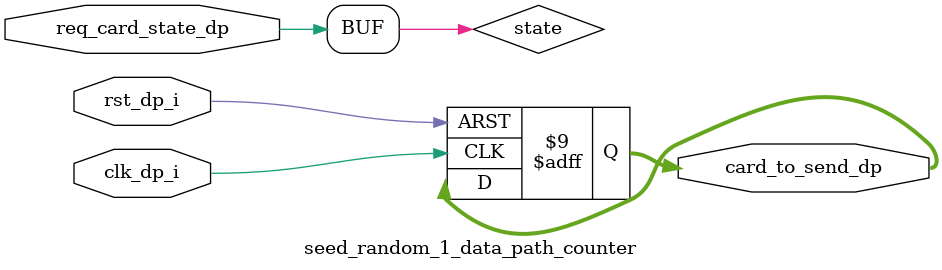
<source format=v>

module seed_random_1_data_path_counter(
    input clk_dp_i,
    input rst_dp_i,
    input req_card_state_dp,
    output reg [7:0] card_to_send_dp
);

`include "seed_random_1_data_base.vh"

reg [7:0] next_card;
reg [7:0] card_counter;
reg state;

always@(*)
    begin
        state = req_card_state_dp;
    end

//Counter
always@(posedge clk_dp_i or negedge rst_dp_i)
    begin
        if(!rst_dp_i)
            begin
                card_counter    <= 0;
                next_card       <= 0;
                card_to_send_dp <= 0;
            end
        else 
        if(state == IDLE)
            begin 
                card_counter <= card_counter;
            end
        else
            begin
                card_counter    <= card_counter + 1'b1;
            end
    end

endmodule

</source>
